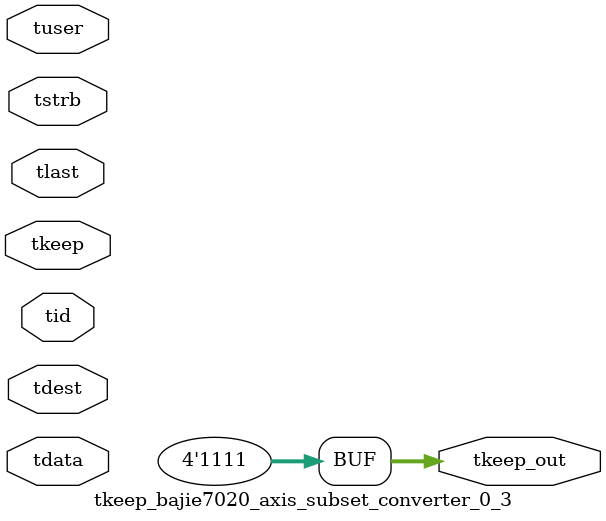
<source format=v>


`timescale 1ps/1ps

module tkeep_bajie7020_axis_subset_converter_0_3 #
(
parameter C_S_AXIS_TDATA_WIDTH = 32,
parameter C_S_AXIS_TUSER_WIDTH = 0,
parameter C_S_AXIS_TID_WIDTH   = 0,
parameter C_S_AXIS_TDEST_WIDTH = 0,
parameter C_M_AXIS_TDATA_WIDTH = 32
)
(
input  [(C_S_AXIS_TDATA_WIDTH == 0 ? 1 : C_S_AXIS_TDATA_WIDTH)-1:0     ] tdata,
input  [(C_S_AXIS_TUSER_WIDTH == 0 ? 1 : C_S_AXIS_TUSER_WIDTH)-1:0     ] tuser,
input  [(C_S_AXIS_TID_WIDTH   == 0 ? 1 : C_S_AXIS_TID_WIDTH)-1:0       ] tid,
input  [(C_S_AXIS_TDEST_WIDTH == 0 ? 1 : C_S_AXIS_TDEST_WIDTH)-1:0     ] tdest,
input  [(C_S_AXIS_TDATA_WIDTH/8)-1:0 ] tkeep,
input  [(C_S_AXIS_TDATA_WIDTH/8)-1:0 ] tstrb,
input                                                                    tlast,
output [(C_M_AXIS_TDATA_WIDTH/8)-1:0 ] tkeep_out
);

assign tkeep_out = {8'b11111111};

endmodule


</source>
